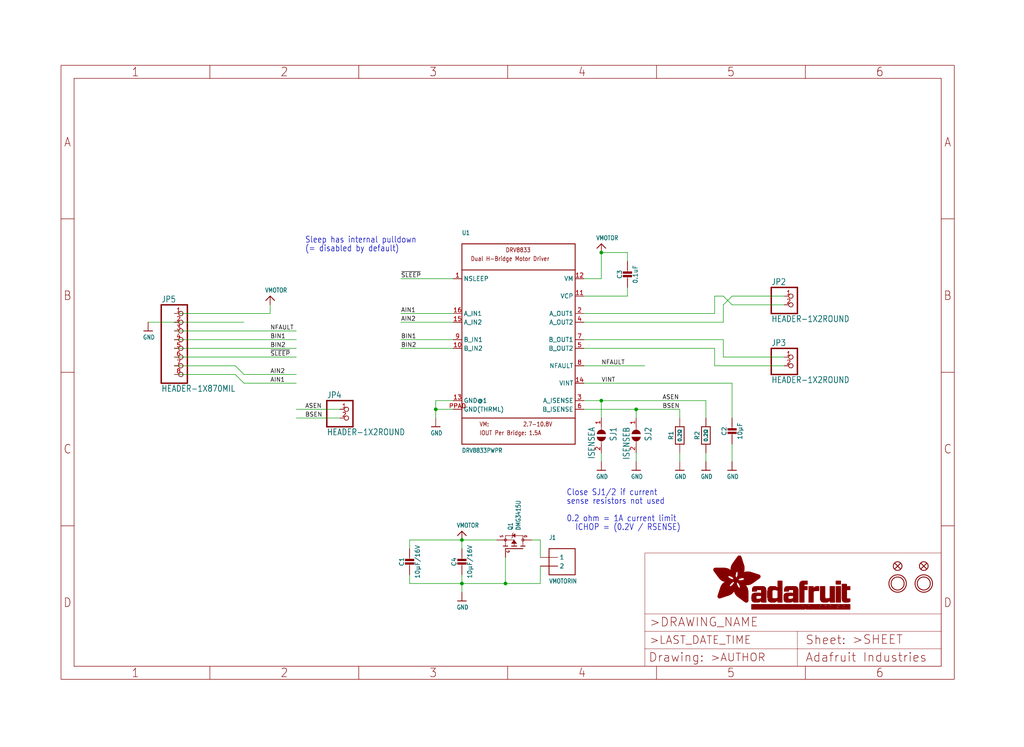
<source format=kicad_sch>
(kicad_sch (version 20211123) (generator eeschema)
  (paper "User" 298.45 217.881)
  (lib_symbols
    (symbol "eagleSchem-eagle-import:CAP_CERAMIC0805-NOOUTLINE"
      (property "Reference" "C" (at -2.29 1.25 90))
      (property "Value" "CAP_CERAMIC0805-NOOUTLINE" (at 2.3 1.25 90))
      (symbol "CAP_CERAMIC0805-NOOUTLINE_1_0"
        (pin passive line (at 0 5.08 270) (length 2.54) (name "1") (number "1"))
        (pin passive line (at 0 -2.54 90) (length 2.54) (name "2") (number "2"))
      )
    )
    (symbol "eagleSchem-eagle-import:DRV8833"
      (property "Reference" "U" (at -17.78 30.48 0))
      (property "Value" "DRV8833" (at -17.78 -33.02 0))
      (symbol "DRV8833_1_0"
        (text "2.7-10.8V" (at 0 -25.4 0) (effects (font (size 1.27 1.0795)) (justify left bottom)))
        (text "DRV8833" (at -5.08 25.4 0) (effects (font (size 1.27 1.0795)) (justify left bottom)))
        (text "Dual H-Bridge Motor Driver" (at -15.24 22.86 0) (effects (font (size 1.27 1.0795)) (justify left bottom)))
        (text "IOUT Per Bridge: 1.5A" (at -12.7 -27.94 0) (effects (font (size 1.27 1.0795)) (justify left bottom)))
        (text "VM:" (at -12.7 -25.4 0) (effects (font (size 1.27 1.0795)) (justify left bottom)))
        (pin input line (at -20.32 17.78 0) (length 2.54) (name "NSLEEP") (number "1"))
        (pin input line (at -20.32 -2.54 0) (length 2.54) (name "B_IN2") (number "10"))
        (pin bidirectional line (at 17.78 12.7 180) (length 2.54) (name "VCP") (number "11"))
        (pin power_in line (at 17.78 17.78 180) (length 2.54) (name "VM") (number "12"))
        (pin power_in line (at -20.32 -17.78 0) (length 2.54) (name "GND@1") (number "13"))
        (pin power_in line (at 17.78 -12.7 180) (length 2.54) (name "VINT") (number "14"))
        (pin input line (at -20.32 5.08 0) (length 2.54) (name "A_IN2") (number "15"))
        (pin input line (at -20.32 7.62 0) (length 2.54) (name "A_IN1") (number "16"))
        (pin output line (at 17.78 7.62 180) (length 2.54) (name "A_OUT1") (number "2"))
        (pin bidirectional line (at 17.78 -17.78 180) (length 2.54) (name "A_ISENSE") (number "3"))
        (pin output line (at 17.78 5.08 180) (length 2.54) (name "A_OUT2") (number "4"))
        (pin output line (at 17.78 -2.54 180) (length 2.54) (name "B_OUT2") (number "5"))
        (pin bidirectional line (at 17.78 -20.32 180) (length 2.54) (name "B_ISENSE") (number "6"))
        (pin output line (at 17.78 0 180) (length 2.54) (name "B_OUT1") (number "7"))
        (pin bidirectional line (at 17.78 -7.62 180) (length 2.54) (name "NFAULT") (number "8"))
        (pin input line (at -20.32 0 0) (length 2.54) (name "B_IN1") (number "9"))
        (pin power_in line (at -20.32 -20.32 0) (length 2.54) (name "GND(THRML)") (number "PPAD"))
      )
    )
    (symbol "eagleSchem-eagle-import:FIDUCIAL{dblquote}{dblquote}")
    (symbol "eagleSchem-eagle-import:FRAME_A4_ADAFRUIT"
      (symbol "FRAME_A4_ADAFRUIT_1_0"
        (text "1" (at 21.6958 1.905 0) (effects (font (size 2.54 2.286))))
        (text "1" (at 21.6958 177.165 0) (effects (font (size 2.54 2.286))))
        (text "2" (at 65.0875 1.905 0) (effects (font (size 2.54 2.286))))
        (text "2" (at 65.0875 177.165 0) (effects (font (size 2.54 2.286))))
        (text "3" (at 108.4792 1.905 0) (effects (font (size 2.54 2.286))))
        (text "3" (at 108.4792 177.165 0) (effects (font (size 2.54 2.286))))
        (text "4" (at 151.8708 1.905 0) (effects (font (size 2.54 2.286))))
        (text "4" (at 151.8708 177.165 0) (effects (font (size 2.54 2.286))))
        (text "5" (at 195.2625 1.905 0) (effects (font (size 2.54 2.286))))
        (text "5" (at 195.2625 177.165 0) (effects (font (size 2.54 2.286))))
        (text "6" (at 238.6542 1.905 0) (effects (font (size 2.54 2.286))))
        (text "6" (at 238.6542 177.165 0) (effects (font (size 2.54 2.286))))
        (text ">AUTHOR" (at 189.23 5.08 0) (effects (font (size 2.286 2.286)) (justify left bottom)))
        (text ">DRAWING_NAME" (at 171.45 15.24 0) (effects (font (size 2.54 2.54)) (justify left bottom)))
        (text ">LAST_DATE_TIME" (at 171.45 10.16 0) (effects (font (size 2.286 2.286)) (justify left bottom)))
        (text ">SHEET" (at 230.505 10.16 0) (effects (font (size 2.54 2.54)) (justify left bottom)))
        (text "A" (at 1.905 156.6863 0) (effects (font (size 2.54 2.286))))
        (text "A" (at 258.445 156.6863 0) (effects (font (size 2.54 2.286))))
        (text "Adafruit Industries" (at 216.916 4.953 0) (effects (font (size 2.54 2.54)) (justify left bottom)))
        (text "B" (at 1.905 111.9188 0) (effects (font (size 2.54 2.286))))
        (text "B" (at 258.445 111.9188 0) (effects (font (size 2.54 2.286))))
        (text "C" (at 1.905 67.1513 0) (effects (font (size 2.54 2.286))))
        (text "C" (at 258.445 67.1513 0) (effects (font (size 2.54 2.286))))
        (text "D" (at 1.905 22.3838 0) (effects (font (size 2.54 2.286))))
        (text "D" (at 258.445 22.3838 0) (effects (font (size 2.54 2.286))))
        (text "Drawing:" (at 171.196 4.953 0) (effects (font (size 2.54 2.54)) (justify left bottom)))
        (text "Sheet:" (at 216.916 10.033 0) (effects (font (size 2.54 2.54)) (justify left bottom)))
      )
    )
    (symbol "eagleSchem-eagle-import:GND" (power)
      (property "Value" "GND" (at -1.524 -2.54 0))
      (symbol "GND_1_0"
        (pin power_in line (at 0 2.54 270) (length 2.54) (name "GND") (number "1"))
      )
    )
    (symbol "eagleSchem-eagle-import:HEADER-1X2ROUND"
      (property "Reference" "JP" (at -6.35 5.715 0))
      (property "Value" "HEADER-1X2ROUND" (at -6.35 -5.08 0))
      (symbol "HEADER-1X2ROUND_1_0"
        (pin passive inverted (at -2.54 2.54 0) (length 2.54) (name "1") (number "1"))
        (pin passive inverted (at -2.54 0 0) (length 2.54) (name "2") (number "2"))
      )
    )
    (symbol "eagleSchem-eagle-import:HEADER-1X870MIL"
      (property "Reference" "JP" (at -6.35 13.335 0))
      (property "Value" "HEADER-1X870MIL" (at -6.35 -12.7 0))
      (symbol "HEADER-1X870MIL_1_0"
        (pin passive inverted (at -2.54 10.16 0) (length 2.54) (name "1") (number "1"))
        (pin passive inverted (at -2.54 7.62 0) (length 2.54) (name "2") (number "2"))
        (pin passive inverted (at -2.54 5.08 0) (length 2.54) (name "3") (number "3"))
        (pin passive inverted (at -2.54 2.54 0) (length 2.54) (name "4") (number "4"))
        (pin passive inverted (at -2.54 0 0) (length 2.54) (name "5") (number "5"))
        (pin passive inverted (at -2.54 -2.54 0) (length 2.54) (name "6") (number "6"))
        (pin passive inverted (at -2.54 -5.08 0) (length 2.54) (name "7") (number "7"))
        (pin passive inverted (at -2.54 -7.62 0) (length 2.54) (name "8") (number "8"))
      )
    )
    (symbol "eagleSchem-eagle-import:MOSFET-PWIDE"
      (property "Reference" "Q" (at 2.794 0.381 0))
      (property "Value" "MOSFET-PWIDE" (at 2.794 -1.905 0))
      (symbol "MOSFET-PWIDE_1_0"
        (text "D" (at 0.635 -3.81 0) (effects (font (size 0.8128 0.6908)) (justify left bottom)))
        (text "G" (at -3.81 1.27 0) (effects (font (size 0.8128 0.6908)) (justify left bottom)))
        (text "S" (at 0.635 3.175 0) (effects (font (size 0.8128 0.6908)) (justify left bottom)))
        (pin passive line (at -5.08 2.54 0) (length 2.54) (name "G") (number "1"))
        (pin passive line (at 0 5.08 270) (length 2.54) (name "S") (number "2"))
        (pin passive line (at 0 -5.08 90) (length 2.54) (name "D") (number "3"))
      )
    )
    (symbol "eagleSchem-eagle-import:MOUNTINGHOLE2.5")
    (symbol "eagleSchem-eagle-import:RESISTOR_1206"
      (property "Reference" "R" (at 0 2.54 0))
      (property "Value" "RESISTOR_1206" (at 0 0 0))
      (symbol "RESISTOR_1206_1_0"
        (pin passive line (at -5.08 0 0) (length 2.54) (name "1") (number "1"))
        (pin passive line (at 5.08 0 180) (length 2.54) (name "2") (number "2"))
      )
    )
    (symbol "eagleSchem-eagle-import:SOLDERJUMPER"
      (property "Reference" "SJ" (at -2.54 2.54 0))
      (property "Value" "SOLDERJUMPER" (at -2.54 -3.81 0))
      (symbol "SOLDERJUMPER_1_0"
        (pin passive line (at -5.08 0 0) (length 2.54) (name "1") (number "1"))
        (pin passive line (at 5.08 0 180) (length 2.54) (name "2") (number "2"))
      )
    )
    (symbol "eagleSchem-eagle-import:TERMBLOCK_1X2"
      (property "Reference" "X" (at -2.54 7.62 0))
      (property "Value" "TERMBLOCK_1X2" (at -2.54 -5.08 0))
      (symbol "TERMBLOCK_1X2_1_0"
        (pin passive line (at -5.08 2.54 0) (length 5.08) (name "1") (number "1"))
        (pin passive line (at -5.08 0 0) (length 5.08) (name "2") (number "2"))
      )
    )
    (symbol "eagleSchem-eagle-import:VMOTOR" (power)
      (property "Value" "VMOTOR" (at -1.524 1.016 0))
      (symbol "VMOTOR_1_0"
        (pin power_in line (at 0 -2.54 90) (length 2.54) (name "VMOTOR") (number "1"))
      )
    )
  )
  (junction (at 127 119.38))
  (junction (at 185.42 119.38))
  (junction (at 134.62 157.48))
  (junction (at 175.26 73.66))
  (junction (at 147.32 170.18))
  (junction (at 134.62 170.18))
  (junction (at 175.26 116.84))
  (wire (pts (xy 50.8 109.22) (xy 68.58 109.22)))
  (wire (pts (xy 134.62 170.18) (xy 134.62 167.64)))
  (wire (pts (xy 119.38 170.18) (xy 119.38 167.64)))
  (wire (pts (xy 50.8 91.44) (xy 78.74 91.44)))
  (wire (pts (xy 134.62 170.18) (xy 147.32 170.18)))
  (wire (pts (xy 228.6 104.14) (xy 210.82 104.14)))
  (wire (pts (xy 86.36 99.06) (xy 50.8 99.06)))
  (wire (pts (xy 132.08 101.6) (xy 116.84 101.6)))
  (wire (pts (xy 170.18 116.84) (xy 175.26 116.84)))
  (wire (pts (xy 134.62 170.18) (xy 134.62 172.72)))
  (wire (pts (xy 175.26 73.66) (xy 182.88 73.66)))
  (wire (pts (xy 50.8 106.68) (xy 68.58 106.68)))
  (wire (pts (xy 170.18 93.98) (xy 210.82 93.98)))
  (wire (pts (xy 132.08 119.38) (xy 127 119.38)))
  (wire (pts (xy 157.48 157.48) (xy 157.48 162.56)))
  (wire (pts (xy 144.78 157.48) (xy 134.62 157.48)))
  (wire (pts (xy 78.74 91.44) (xy 78.74 88.9)))
  (wire (pts (xy 210.82 93.98) (xy 210.82 88.9)))
  (wire (pts (xy 132.08 81.28) (xy 116.84 81.28)))
  (wire (pts (xy 154.94 157.48) (xy 157.48 157.48)))
  (wire (pts (xy 175.26 116.84) (xy 205.74 116.84)))
  (wire (pts (xy 50.8 96.52) (xy 86.36 96.52)))
  (wire (pts (xy 205.74 132.08) (xy 205.74 134.62)))
  (wire (pts (xy 213.36 129.54) (xy 213.36 134.62)))
  (wire (pts (xy 175.26 81.28) (xy 175.26 73.66)))
  (wire (pts (xy 208.28 86.36) (xy 210.82 86.36)))
  (wire (pts (xy 127 116.84) (xy 127 119.38)))
  (wire (pts (xy 71.12 93.98) (xy 50.8 93.98)))
  (wire (pts (xy 228.6 86.36) (xy 213.36 86.36)))
  (wire (pts (xy 71.12 111.76) (xy 86.36 111.76)))
  (wire (pts (xy 170.18 119.38) (xy 185.42 119.38)))
  (wire (pts (xy 68.58 106.68) (xy 71.12 109.22)))
  (wire (pts (xy 134.62 157.48) (xy 119.38 157.48)))
  (wire (pts (xy 127 119.38) (xy 127 121.92)))
  (wire (pts (xy 157.48 170.18) (xy 157.48 165.1)))
  (wire (pts (xy 170.18 106.68) (xy 187.96 106.68)))
  (wire (pts (xy 185.42 132.08) (xy 185.42 134.62)))
  (wire (pts (xy 213.36 111.76) (xy 213.36 121.92)))
  (wire (pts (xy 132.08 99.06) (xy 116.84 99.06)))
  (wire (pts (xy 182.88 73.66) (xy 182.88 76.2)))
  (wire (pts (xy 208.28 101.6) (xy 208.28 106.68)))
  (wire (pts (xy 175.26 132.08) (xy 175.26 134.62)))
  (wire (pts (xy 210.82 99.06) (xy 210.82 104.14)))
  (wire (pts (xy 132.08 116.84) (xy 127 116.84)))
  (wire (pts (xy 147.32 170.18) (xy 157.48 170.18)))
  (wire (pts (xy 228.6 106.68) (xy 208.28 106.68)))
  (wire (pts (xy 170.18 91.44) (xy 208.28 91.44)))
  (wire (pts (xy 185.42 119.38) (xy 185.42 121.92)))
  (wire (pts (xy 86.36 104.14) (xy 50.8 104.14)))
  (wire (pts (xy 50.8 101.6) (xy 86.36 101.6)))
  (wire (pts (xy 170.18 99.06) (xy 210.82 99.06)))
  (wire (pts (xy 99.06 119.38) (xy 86.36 119.38)))
  (wire (pts (xy 198.12 132.08) (xy 198.12 134.62)))
  (wire (pts (xy 205.74 116.84) (xy 205.74 121.92)))
  (wire (pts (xy 170.18 86.36) (xy 182.88 86.36)))
  (wire (pts (xy 132.08 91.44) (xy 116.84 91.44)))
  (wire (pts (xy 182.88 86.36) (xy 182.88 83.82)))
  (wire (pts (xy 208.28 91.44) (xy 208.28 86.36)))
  (wire (pts (xy 170.18 111.76) (xy 213.36 111.76)))
  (wire (pts (xy 210.82 88.9) (xy 213.36 86.36)))
  (wire (pts (xy 175.26 116.84) (xy 175.26 121.92)))
  (wire (pts (xy 134.62 170.18) (xy 119.38 170.18)))
  (wire (pts (xy 119.38 157.48) (xy 119.38 160.02)))
  (wire (pts (xy 71.12 109.22) (xy 86.36 109.22)))
  (wire (pts (xy 210.82 86.36) (xy 213.36 88.9)))
  (wire (pts (xy 170.18 81.28) (xy 175.26 81.28)))
  (wire (pts (xy 170.18 101.6) (xy 208.28 101.6)))
  (wire (pts (xy 50.8 93.98) (xy 43.18 93.98)))
  (wire (pts (xy 99.06 121.92) (xy 86.36 121.92)))
  (wire (pts (xy 68.58 109.22) (xy 71.12 111.76)))
  (wire (pts (xy 134.62 157.48) (xy 134.62 160.02)))
  (wire (pts (xy 147.32 162.56) (xy 147.32 170.18)))
  (wire (pts (xy 228.6 88.9) (xy 213.36 88.9)))
  (wire (pts (xy 198.12 119.38) (xy 198.12 121.92)))
  (wire (pts (xy 132.08 93.98) (xy 116.84 93.98)))
  (wire (pts (xy 185.42 119.38) (xy 198.12 119.38)))
  (text "Sleep has internal pulldown" (at 88.9 71.12 180) (effects (font (size 1.778 1.5113)) (justify left bottom)))
  (text "ICHOP = (0.2V / RSENSE)" (at 167.64 154.94 180) (effects (font (size 1.778 1.5113)) (justify left bottom)))
  (text "0.2 ohm = 1A current limit" (at 165.1 152.4 180) (effects (font (size 1.778 1.5113)) (justify left bottom)))
  (text "sense resistors not used" (at 165.1 147.32 180) (effects (font (size 1.778 1.5113)) (justify left bottom)))
  (text "Close SJ1/2 if current" (at 165.1 144.78 180) (effects (font (size 1.778 1.5113)) (justify left bottom)))
  (text "(= disabled by default)" (at 88.9 73.66 180) (effects (font (size 1.778 1.5113)) (justify left bottom)))
  (label "NFAULT" (at 78.74 96.52 0) (effects (font (size 1.2446 1.2446))))
  (label "AIN2" (at 78.74 109.22 0) (effects (font (size 1.2446 1.2446))))
  (label "~{SLEEP}" (at 78.74 104.14 0) (effects (font (size 1.2446 1.2446))))
  (label "ASEN" (at 193.04 116.84 0) (effects (font (size 1.2446 1.2446))))
  (label "BIN1" (at 116.84 99.06 0) (effects (font (size 1.2446 1.2446))))
  (label "BIN1" (at 78.74 99.06 0) (effects (font (size 1.2446 1.2446))))
  (label "AIN2" (at 116.84 93.98 0) (effects (font (size 1.2446 1.2446))))
  (label "AIN1" (at 116.84 91.44 0) (effects (font (size 1.2446 1.2446))))
  (label "BSEN" (at 88.9 121.92 0) (effects (font (size 1.2446 1.2446))))
  (label "AIN1" (at 78.74 111.76 0) (effects (font (size 1.2446 1.2446))))
  (label "NFAULT" (at 175.26 106.68 0) (effects (font (size 1.2446 1.2446))))
  (label "ASEN" (at 88.9 119.38 0) (effects (font (size 1.2446 1.2446))))
  (label "BSEN" (at 193.04 119.38 0) (effects (font (size 1.2446 1.2446))))
  (label "BIN2" (at 78.74 101.6 0) (effects (font (size 1.2446 1.2446))))
  (label "BIN2" (at 116.84 101.6 0) (effects (font (size 1.2446 1.2446))))
  (label "~{SLEEP}" (at 116.84 81.28 0) (effects (font (size 1.2446 1.2446))))
  (label "VINT" (at 175.26 111.76 0) (effects (font (size 1.2446 1.2446))))
  (symbol (lib_id "eagleSchem-eagle-import:VMOTOR") (at 78.74 86.36 0) (unit 1)
    (property "Reference" "#U$11" (effects hide))
    (property "Value" "VMOTOR" (at 77.216 85.344 0) (effects (font (size 1.27 1.0795)) (justify left bottom)))
    (property "Footprint" "eagleSchem:" (effects hide))
  )
  (symbol (lib_id "eagleSchem-eagle-import:HEADER-1X2ROUND") (at 231.14 88.9 0) (unit 1)
    (property "Reference" "JP2" (at 224.79 83.185 0) (effects (font (size 1.778 1.5113)) (justify left bottom)))
    (property "Value" "HEADER-1X2ROUND" (at 224.79 93.98 0) (effects (font (size 1.778 1.5113)) (justify left bottom)))
    (property "Footprint" "eagleSchem:1X02_ROUND" (effects hide))
  )
  (symbol (lib_id "eagleSchem-eagle-import:GND") (at 198.12 137.16 0) (unit 1)
    (property "Reference" "#U$2" (effects hide))
    (property "Value" "GND" (at 196.596 139.7 0) (effects (font (size 1.27 1.0795)) (justify left bottom)))
    (property "Footprint" "eagleSchem:" (effects hide))
  )
  (symbol (lib_id "eagleSchem-eagle-import:VMOTOR") (at 134.62 154.94 0) (unit 1)
    (property "Reference" "#U$5" (effects hide))
    (property "Value" "VMOTOR" (at 133.096 153.924 0) (effects (font (size 1.27 1.0795)) (justify left bottom)))
    (property "Footprint" "eagleSchem:" (effects hide))
  )
  (symbol (lib_id "eagleSchem-eagle-import:SOLDERJUMPER") (at 175.26 127 270) (unit 1)
    (property "Reference" "SJ1" (at 177.8 124.46 0) (effects (font (size 1.778 1.5113)) (justify left bottom)))
    (property "Value" "ISENSEA" (at 171.45 124.46 0) (effects (font (size 1.778 1.5113)) (justify left bottom)))
    (property "Footprint" "eagleSchem:SOLDERJUMPER_ARROW_NOPASTE" (effects hide))
  )
  (symbol (lib_id "eagleSchem-eagle-import:GND") (at 213.36 137.16 0) (unit 1)
    (property "Reference" "#U$7" (effects hide))
    (property "Value" "GND" (at 211.836 139.7 0) (effects (font (size 1.27 1.0795)) (justify left bottom)))
    (property "Footprint" "eagleSchem:" (effects hide))
  )
  (symbol (lib_id "eagleSchem-eagle-import:MOUNTINGHOLE2.5") (at 261.62 170.18 0) (unit 1)
    (property "Reference" "U$13" (effects hide))
    (property "Value" "MOUNTINGHOLE2.5" (effects hide))
    (property "Footprint" "eagleSchem:MOUNTINGHOLE_2.5_PLATED" (effects hide))
  )
  (symbol (lib_id "eagleSchem-eagle-import:FRAME_A4_ADAFRUIT") (at 17.78 198.12 0) (unit 1)
    (property "Reference" "#U$1" (effects hide))
    (property "Value" "FRAME_A4_ADAFRUIT" (effects hide))
    (property "Footprint" "eagleSchem:" (effects hide))
  )
  (symbol (lib_id "eagleSchem-eagle-import:MOUNTINGHOLE2.5") (at 269.24 170.18 0) (unit 1)
    (property "Reference" "U$14" (effects hide))
    (property "Value" "MOUNTINGHOLE2.5" (effects hide))
    (property "Footprint" "eagleSchem:MOUNTINGHOLE_2.5_PLATED" (effects hide))
  )
  (symbol (lib_id "eagleSchem-eagle-import:CAP_CERAMIC0805-NOOUTLINE") (at 182.88 81.28 0) (unit 1)
    (property "Reference" "C3" (at 180.59 80.03 90))
    (property "Value" "0.1uF" (at 185.18 80.03 90))
    (property "Footprint" "eagleSchem:0805-NO" (effects hide))
  )
  (symbol (lib_id "eagleSchem-eagle-import:VMOTOR") (at 175.26 71.12 0) (unit 1)
    (property "Reference" "#U$4" (effects hide))
    (property "Value" "VMOTOR" (at 173.736 70.104 0) (effects (font (size 1.27 1.0795)) (justify left bottom)))
    (property "Footprint" "eagleSchem:" (effects hide))
  )
  (symbol (lib_id "eagleSchem-eagle-import:CAP_CERAMIC0805-NOOUTLINE") (at 119.38 165.1 0) (unit 1)
    (property "Reference" "C1" (at 117.09 163.85 90))
    (property "Value" "10µF/16V" (at 121.68 163.85 90))
    (property "Footprint" "eagleSchem:0805-NO" (effects hide))
  )
  (symbol (lib_id "eagleSchem-eagle-import:RESISTOR_1206") (at 198.12 127 90) (unit 1)
    (property "Reference" "R1" (at 195.58 127 0))
    (property "Value" "0.2Ω" (at 198.12 127 0) (effects (font (size 1.016 1.016) bold)))
    (property "Footprint" "eagleSchem:_1206" (effects hide))
  )
  (symbol (lib_id "eagleSchem-eagle-import:HEADER-1X870MIL") (at 53.34 101.6 0) (unit 1)
    (property "Reference" "JP5" (at 46.99 88.265 0) (effects (font (size 1.778 1.5113)) (justify left bottom)))
    (property "Value" "HEADER-1X870MIL" (at 46.99 114.3 0) (effects (font (size 1.778 1.5113)) (justify left bottom)))
    (property "Footprint" "eagleSchem:1X08_ROUND_70" (effects hide))
  )
  (symbol (lib_id "eagleSchem-eagle-import:MOSFET-PWIDE") (at 149.86 157.48 90) (unit 1)
    (property "Reference" "Q1" (at 149.479 154.686 0) (effects (font (size 1.27 1.0795)) (justify left bottom)))
    (property "Value" "DMG3415U" (at 151.765 154.686 0) (effects (font (size 1.27 1.0795)) (justify left bottom)))
    (property "Footprint" "eagleSchem:SOT23-WIDE" (effects hide))
  )
  (symbol (lib_id "eagleSchem-eagle-import:GND") (at 175.26 137.16 0) (unit 1)
    (property "Reference" "#U$8" (effects hide))
    (property "Value" "GND" (at 173.736 139.7 0) (effects (font (size 1.27 1.0795)) (justify left bottom)))
    (property "Footprint" "eagleSchem:" (effects hide))
  )
  (symbol (lib_id "eagleSchem-eagle-import:DRV8833") (at 152.4 99.06 0) (unit 1)
    (property "Reference" "U1" (at 134.62 68.58 0) (effects (font (size 1.27 1.0795)) (justify left bottom)))
    (property "Value" "DRV8833PWPR" (at 134.62 132.08 0) (effects (font (size 1.27 1.0795)) (justify left bottom)))
    (property "Footprint" "eagleSchem:HTSSOP16" (effects hide))
  )
  (symbol (lib_id "eagleSchem-eagle-import:GND") (at 134.62 175.26 0) (unit 1)
    (property "Reference" "#U$6" (effects hide))
    (property "Value" "GND" (at 133.096 177.8 0) (effects (font (size 1.27 1.0795)) (justify left bottom)))
    (property "Footprint" "eagleSchem:" (effects hide))
  )
  (symbol (lib_id "eagleSchem-eagle-import:HEADER-1X2ROUND") (at 231.14 106.68 0) (unit 1)
    (property "Reference" "JP3" (at 224.79 100.965 0) (effects (font (size 1.778 1.5113)) (justify left bottom)))
    (property "Value" "HEADER-1X2ROUND" (at 224.79 111.76 0) (effects (font (size 1.778 1.5113)) (justify left bottom)))
    (property "Footprint" "eagleSchem:1X02_ROUND" (effects hide))
  )
  (symbol (lib_id "eagleSchem-eagle-import:CAP_CERAMIC0805-NOOUTLINE") (at 213.36 127 0) (unit 1)
    (property "Reference" "C2" (at 211.07 125.75 90))
    (property "Value" "10µF" (at 215.66 125.75 90))
    (property "Footprint" "eagleSchem:0805-NO" (effects hide))
  )
  (symbol (lib_id "eagleSchem-eagle-import:GND") (at 185.42 137.16 0) (unit 1)
    (property "Reference" "#U$10" (effects hide))
    (property "Value" "GND" (at 183.896 139.7 0) (effects (font (size 1.27 1.0795)) (justify left bottom)))
    (property "Footprint" "eagleSchem:" (effects hide))
  )
  (symbol (lib_id "eagleSchem-eagle-import:GND") (at 43.18 96.52 0) (unit 1)
    (property "Reference" "#U$12" (effects hide))
    (property "Value" "GND" (at 41.656 99.06 0) (effects (font (size 1.27 1.0795)) (justify left bottom)))
    (property "Footprint" "eagleSchem:" (effects hide))
  )
  (symbol (lib_id "eagleSchem-eagle-import:SOLDERJUMPER") (at 185.42 127 270) (unit 1)
    (property "Reference" "SJ2" (at 187.96 124.46 0) (effects (font (size 1.778 1.5113)) (justify left bottom)))
    (property "Value" "ISENSEB" (at 181.61 124.46 0) (effects (font (size 1.778 1.5113)) (justify left bottom)))
    (property "Footprint" "eagleSchem:SOLDERJUMPER_ARROW_NOPASTE" (effects hide))
  )
  (symbol (lib_id "eagleSchem-eagle-import:TERMBLOCK_1X2") (at 162.56 165.1 0) (unit 1)
    (property "Reference" "J1" (at 160.02 157.48 0) (effects (font (size 1.27 1.0795)) (justify left bottom)))
    (property "Value" "VMOTORIN" (at 160.02 170.18 0) (effects (font (size 1.27 1.0795)) (justify left bottom)))
    (property "Footprint" "eagleSchem:TERMBLOCK_1X2-3.5MM" (effects hide))
  )
  (symbol (lib_id "eagleSchem-eagle-import:GND") (at 205.74 137.16 0) (unit 1)
    (property "Reference" "#U$3" (effects hide))
    (property "Value" "GND" (at 204.216 139.7 0) (effects (font (size 1.27 1.0795)) (justify left bottom)))
    (property "Footprint" "eagleSchem:" (effects hide))
  )
  (symbol (lib_id "eagleSchem-eagle-import:RESISTOR_1206") (at 205.74 127 90) (unit 1)
    (property "Reference" "R2" (at 203.2 127 0))
    (property "Value" "0.2Ω" (at 205.74 127 0) (effects (font (size 1.016 1.016) bold)))
    (property "Footprint" "eagleSchem:_1206" (effects hide))
  )
  (symbol (lib_id "eagleSchem-eagle-import:HEADER-1X2ROUND") (at 101.6 121.92 0) (unit 1)
    (property "Reference" "JP4" (at 95.25 116.205 0) (effects (font (size 1.778 1.5113)) (justify left bottom)))
    (property "Value" "HEADER-1X2ROUND" (at 95.25 127 0) (effects (font (size 1.778 1.5113)) (justify left bottom)))
    (property "Footprint" "eagleSchem:1X02_ROUND" (effects hide))
  )
  (symbol (lib_id "eagleSchem-eagle-import:FIDUCIAL{dblquote}{dblquote}") (at 269.24 165.1 0) (unit 1)
    (property "Reference" "FID1" (effects hide))
    (property "Value" "FIDUCIAL{dblquote}{dblquote}" (effects hide))
    (property "Footprint" "eagleSchem:FIDUCIAL_1MM" (effects hide))
  )
  (symbol (lib_id "eagleSchem-eagle-import:CAP_CERAMIC0805-NOOUTLINE") (at 134.62 165.1 0) (unit 1)
    (property "Reference" "C4" (at 132.33 163.85 90))
    (property "Value" "10µF/16V" (at 136.92 163.85 90))
    (property "Footprint" "eagleSchem:0805-NO" (effects hide))
  )
  (symbol (lib_id "eagleSchem-eagle-import:FIDUCIAL{dblquote}{dblquote}") (at 261.62 165.1 0) (unit 1)
    (property "Reference" "FID2" (effects hide))
    (property "Value" "FIDUCIAL{dblquote}{dblquote}" (effects hide))
    (property "Footprint" "eagleSchem:FIDUCIAL_1MM" (effects hide))
  )
  (symbol (lib_id "eagleSchem-eagle-import:GND") (at 127 124.46 0) (unit 1)
    (property "Reference" "#U$9" (effects hide))
    (property "Value" "GND" (at 125.476 127 0) (effects (font (size 1.27 1.0795)) (justify left bottom)))
    (property "Footprint" "eagleSchem:" (effects hide))
  )
)
</source>
